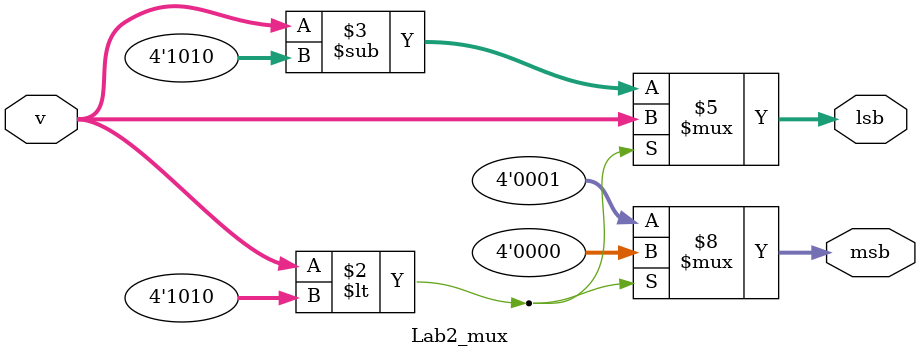
<source format=v>
`timescale 1ns / 1ps


module Lab2_mux(
    input [3:0]v,
    output reg [3:0]lsb,
    output reg [3:0]msb
    );
    
    always @(*) begin
        if(v<4'b1010) begin
            msb =4'b0000;
            lsb = v;
        end 
        else begin
            msb =4'b0001;
            lsb = v-4'b1010;
        end
    end
endmodule

</source>
